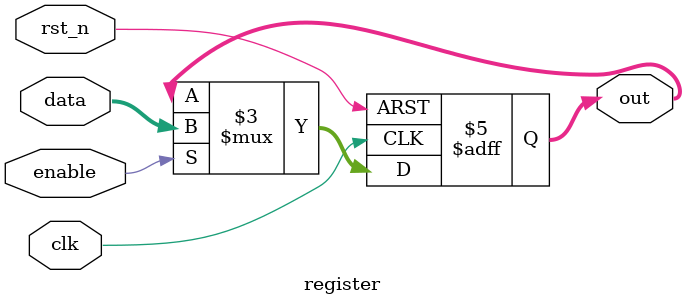
<source format=sv>
`timescale 1ns / 1ps


module register
#(parameter DATA_WIDTH = 8)
(
    input logic clk,
    input logic rst_n,
    input logic [DATA_WIDTH-1 :0] data,
    input logic enable,
    output logic [DATA_WIDTH-1:0] out
    );

    always_ff @(posedge clk, negedge rst_n) begin: get_data
        if(!rst_n) begin
            out <= '0;
        end else if(enable) begin
            out <= data;
        end
    end

endmodule
</source>
